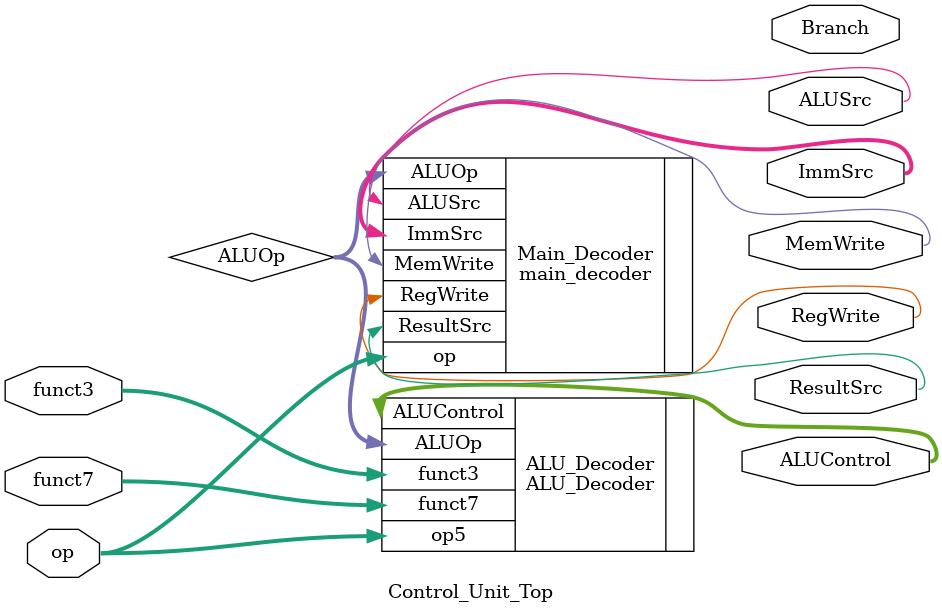
<source format=v>
`include "ALU_Decoder.v"
`include "main_decoder.v"

module Control_Unit_Top(
    input [6:0] op,
    input [2:0] funct3,
    input [6:0] funct7,
    output RegWrite,
    output ALUSrc,
    output MemWrite,
    output ResultSrc,
    output Branch,
    output [1:0] ImmSrc,
    output [2:0] ALUControl
);

wire [1:0] ALUOp;

main_decoder Main_Decoder(
    .op(op),
    .RegWrite(RegWrite),
    .ImmSrc(ImmSrc),
    .MemWrite(MemWrite),
    .ResultSrc(ResultSrc),
    //.Branch(Branch),
    .ALUSrc(ALUSrc),
    .ALUOp(ALUOp)
);

ALU_Decoder ALU_Decoder(
    .ALUOp(ALUOp),
    .funct3(funct3),
    .funct7(funct7),
    .op5(op),
    .ALUControl(ALUControl)
);

endmodule

</source>
